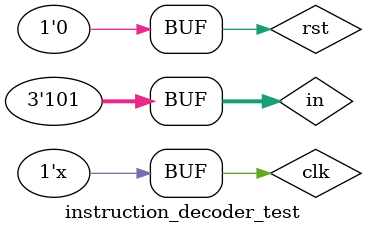
<source format=v>

module instruction_decoder_test();
 
   reg [2:0]in;
   reg rst,clk;
   
  wire [2:0]out;
  wire wen_reg;
  wire ren_mem;
  
  initial clk=0;
  always #5 clk=~clk;
  
  instruction_decoder test(.out(out),.rst(rst),.clk(clk),.in(in),.wen_reg(wen_reg),.ren_mem(ren_mem));
  
  initial begin
  rst = 1;
  #30;
  rst=0;
  #10;
  in = 3'b001;#9;
  in = 3'b010;#9;
  in = 3'b011;#9;
  in = 3'b100;#9;
  in = 3'b101;#9;
 
  
//  input in at the exact same time as a rising clock edge (e.g., #30; rst=0; in = 3'b001;). 
//  This can create a race condition where it's uncertain if the old or new value of in will be captured.
//  in = 3'b001;#10;
//  in = 3'b010;#10;
//  in = 3'b011;#10;
//  in = 3'b100;#10;
//  in = 3'b101;#10;
  
  end
  
  
  endmodule

</source>
